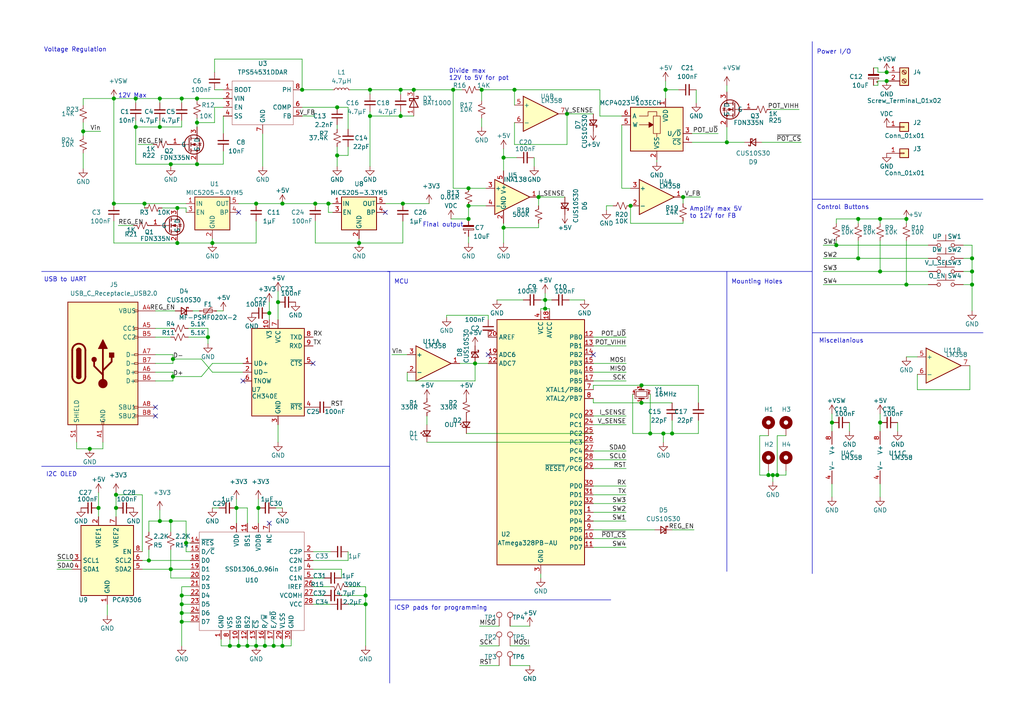
<source format=kicad_sch>
(kicad_sch (version 20200714) (host eeschema "(5.99.0-2671-gfc0a358ba)")
  (page 1 1)
  (paper "A4")
  (title_block (title "Benchtop Power Supply") (date "2020-08-29") (rev "0.3") (company "adsehgal") (comment 1 "Aditya Sehgal"))
  (junction (at 24.13 38.1) (diameter 1.016))
  (junction (at 26.035 130.175) (diameter 1.016))
  (junction (at 28.575 147.32) (diameter 1.016))
  (junction (at 33.02 28.575) (diameter 1.016))
  (junction (at 33.02 59.055) (diameter 1.016))
  (junction (at 33.655 143.51) (diameter 1.016))
  (junction (at 33.655 147.32) (diameter 1.016))
  (junction (at 39.37 28.575) (diameter 1.016))
  (junction (at 39.37 36.83) (diameter 1.016))
  (junction (at 41.91 59.055) (diameter 1.016))
  (junction (at 43.18 162.56) (diameter 1.016))
  (junction (at 46.355 28.575) (diameter 1.016))
  (junction (at 46.355 36.83) (diameter 1.016))
  (junction (at 46.355 151.13) (diameter 1.016))
  (junction (at 49.53 47.625) (diameter 1.016))
  (junction (at 49.53 151.13) (diameter 1.016))
  (junction (at 49.53 165.1) (diameter 1.016))
  (junction (at 50.165 104.14) (diameter 1.016))
  (junction (at 50.165 109.22) (diameter 1.016))
  (junction (at 51.435 60.325) (diameter 1.016))
  (junction (at 51.435 70.485) (diameter 1.016))
  (junction (at 52.705 28.575) (diameter 1.016))
  (junction (at 52.705 172.72) (diameter 1.016))
  (junction (at 52.705 175.26) (diameter 1.016))
  (junction (at 52.705 177.8) (diameter 1.016))
  (junction (at 52.705 180.34) (diameter 1.016))
  (junction (at 53.975 157.48) (diameter 1.016))
  (junction (at 57.15 28.575) (diameter 1.016))
  (junction (at 57.15 35.56) (diameter 1.016))
  (junction (at 57.15 47.625) (diameter 1.016))
  (junction (at 60.325 97.79) (diameter 1.016))
  (junction (at 61.595 70.485) (diameter 1.016))
  (junction (at 66.675 187.325) (diameter 1.016))
  (junction (at 68.58 147.32) (diameter 1.016))
  (junction (at 69.215 187.325) (diameter 1.016))
  (junction (at 71.755 187.325) (diameter 1.016))
  (junction (at 74.295 59.055) (diameter 1.016))
  (junction (at 74.295 187.325) (diameter 1.016))
  (junction (at 74.93 147.32) (diameter 1.016))
  (junction (at 76.835 187.325) (diameter 1.016))
  (junction (at 78.105 90.805) (diameter 1.016))
  (junction (at 79.375 187.325) (diameter 1.016))
  (junction (at 80.645 87.63) (diameter 1.016))
  (junction (at 81.915 59.055) (diameter 1.016))
  (junction (at 81.915 187.325) (diameter 1.016))
  (junction (at 87.63 26.035) (diameter 1.016))
  (junction (at 91.44 59.055) (diameter 1.016))
  (junction (at 95.25 59.055) (diameter 1.016))
  (junction (at 97.79 31.115) (diameter 1.016))
  (junction (at 97.79 45.085) (diameter 1.016))
  (junction (at 104.14 70.485) (diameter 1.016))
  (junction (at 106.045 172.72) (diameter 1.016))
  (junction (at 106.045 175.26) (diameter 1.016))
  (junction (at 107.315 26.035) (diameter 1.016))
  (junction (at 107.315 33.655) (diameter 1.016))
  (junction (at 116.205 26.035) (diameter 1.016))
  (junction (at 116.205 33.655) (diameter 1.016))
  (junction (at 116.84 59.055) (diameter 1.016))
  (junction (at 120.015 26.035) (diameter 1.016))
  (junction (at 131.445 26.035) (diameter 1.016))
  (junction (at 135.89 54.61) (diameter 1.016))
  (junction (at 135.89 59.69) (diameter 1.016))
  (junction (at 135.89 63.5) (diameter 1.016))
  (junction (at 137.795 105.41) (diameter 1.016))
  (junction (at 139.7 26.035) (diameter 1.016))
  (junction (at 146.05 45.72) (diameter 1.016))
  (junction (at 146.05 66.04) (diameter 1.016))
  (junction (at 149.225 26.035) (diameter 1.016))
  (junction (at 156.21 57.15) (diameter 1.016))
  (junction (at 158.115 86.995) (diameter 1.016))
  (junction (at 158.115 89.535) (diameter 1.016))
  (junction (at 164.465 33.02) (diameter 1.016))
  (junction (at 182.88 59.69) (diameter 1.016))
  (junction (at 186.055 111.76) (diameter 1.016))
  (junction (at 186.055 116.84) (diameter 1.016))
  (junction (at 188.595 125.73) (diameter 1.016))
  (junction (at 192.405 125.73) (diameter 1.016))
  (junction (at 193.04 26.035) (diameter 1.016))
  (junction (at 194.945 125.73) (diameter 1.016))
  (junction (at 198.12 57.15) (diameter 1.016))
  (junction (at 210.82 41.275) (diameter 1.016))
  (junction (at 222.885 137.795) (diameter 1.016))
  (junction (at 224.155 137.795) (diameter 1.016))
  (junction (at 225.425 137.795) (diameter 1.016))
  (junction (at 241.3 122.555) (diameter 1.016))
  (junction (at 242.57 71.12) (diameter 1.016))
  (junction (at 248.92 63.5) (diameter 1.016))
  (junction (at 248.92 74.93) (diameter 1.016))
  (junction (at 255.27 63.5) (diameter 1.016))
  (junction (at 255.27 78.74) (diameter 1.016))
  (junction (at 255.27 122.555) (diameter 1.016))
  (junction (at 257.175 20.955) (diameter 1.016))
  (junction (at 257.175 23.495) (diameter 1.016))
  (junction (at 262.89 63.5) (diameter 1.016))
  (junction (at 262.89 82.55) (diameter 1.016))
  (junction (at 281.94 74.93) (diameter 1.016))
  (junction (at 281.94 78.74) (diameter 1.016))
  (junction (at 281.94 82.55) (diameter 1.016))
  (no_connect (at 45.085 118.11))
  (no_connect (at 90.805 105.41))
  (no_connect (at 78.105 151.765))
  (no_connect (at 45.085 120.65))
  (no_connect (at 111.76 61.595))
  (no_connect (at 172.085 102.87))
  (no_connect (at 69.215 61.595))
  (no_connect (at 70.485 110.49))
  (no_connect (at 141.605 102.87))
  (wire (pts (xy 16.51 162.56) (xy 20.955 162.56)))
  (wire (pts (xy 16.51 165.1) (xy 20.955 165.1)))
  (wire (pts (xy 22.225 128.27) (xy 22.225 130.175)))
  (wire (pts (xy 24.13 28.575) (xy 33.02 28.575)))
  (wire (pts (xy 24.13 30.48) (xy 24.13 28.575)))
  (wire (pts (xy 24.13 35.56) (xy 24.13 38.1)))
  (wire (pts (xy 24.13 38.1) (xy 24.13 39.37)))
  (wire (pts (xy 24.13 38.1) (xy 29.21 38.1)))
  (wire (pts (xy 24.13 48.895) (xy 24.13 44.45)))
  (wire (pts (xy 26.035 130.175) (xy 22.225 130.175)))
  (wire (pts (xy 26.035 130.175) (xy 29.845 130.175)))
  (wire (pts (xy 28.575 142.875) (xy 28.575 147.32)))
  (wire (pts (xy 28.575 147.32) (xy 28.575 149.86)))
  (wire (pts (xy 29.845 130.175) (xy 29.845 128.27)))
  (wire (pts (xy 31.115 178.435) (xy 31.115 175.26)))
  (wire (pts (xy 33.02 28.575) (xy 39.37 28.575)))
  (wire (pts (xy 33.02 59.055) (xy 33.02 28.575)))
  (wire (pts (xy 33.02 59.055) (xy 41.91 59.055)))
  (wire (pts (xy 33.02 64.135) (xy 33.02 70.485)))
  (wire (pts (xy 33.02 70.485) (xy 51.435 70.485)))
  (wire (pts (xy 33.655 142.875) (xy 33.655 143.51)))
  (wire (pts (xy 33.655 143.51) (xy 33.655 147.32)))
  (wire (pts (xy 33.655 147.32) (xy 33.655 149.86)))
  (wire (pts (xy 34.29 65.405) (xy 38.735 65.405)))
  (wire (pts (xy 39.37 28.575) (xy 39.37 29.845)))
  (wire (pts (xy 39.37 28.575) (xy 46.355 28.575)))
  (wire (pts (xy 39.37 34.925) (xy 39.37 36.83)))
  (wire (pts (xy 39.37 36.83) (xy 39.37 47.625)))
  (wire (pts (xy 39.37 36.83) (xy 46.355 36.83)))
  (wire (pts (xy 39.37 47.625) (xy 49.53 47.625)))
  (wire (pts (xy 40.005 41.91) (xy 44.45 41.91)))
  (wire (pts (xy 41.275 143.51) (xy 33.655 143.51)))
  (wire (pts (xy 41.275 160.02) (xy 41.275 143.51)))
  (wire (pts (xy 41.275 162.56) (xy 43.18 162.56)))
  (wire (pts (xy 41.275 165.1) (xy 49.53 165.1)))
  (wire (pts (xy 41.91 59.055) (xy 41.91 60.325)))
  (wire (pts (xy 41.91 59.055) (xy 53.975 59.055)))
  (wire (pts (xy 43.18 151.13) (xy 43.18 154.305)))
  (wire (pts (xy 43.18 159.385) (xy 43.18 162.56)))
  (wire (pts (xy 43.18 162.56) (xy 55.245 162.56)))
  (wire (pts (xy 45.085 97.79) (xy 49.53 97.79)))
  (wire (pts (xy 45.085 102.87) (xy 50.165 102.87)))
  (wire (pts (xy 45.085 107.95) (xy 50.165 107.95)))
  (wire (pts (xy 46.355 28.575) (xy 46.355 29.845)))
  (wire (pts (xy 46.355 28.575) (xy 52.705 28.575)))
  (wire (pts (xy 46.355 34.925) (xy 46.355 36.83)))
  (wire (pts (xy 46.355 36.83) (xy 52.705 36.83)))
  (wire (pts (xy 46.355 147.955) (xy 46.355 151.13)))
  (wire (pts (xy 46.355 151.13) (xy 43.18 151.13)))
  (wire (pts (xy 46.99 60.325) (xy 51.435 60.325)))
  (wire (pts (xy 49.53 47.625) (xy 49.53 48.26)))
  (wire (pts (xy 49.53 47.625) (xy 57.15 47.625)))
  (wire (pts (xy 49.53 95.25) (xy 45.085 95.25)))
  (wire (pts (xy 49.53 151.13) (xy 46.355 151.13)))
  (wire (pts (xy 49.53 154.305) (xy 49.53 151.13)))
  (wire (pts (xy 49.53 159.385) (xy 49.53 165.1)))
  (wire (pts (xy 49.53 165.1) (xy 55.245 165.1)))
  (wire (pts (xy 49.53 167.64) (xy 49.53 165.1)))
  (wire (pts (xy 50.165 102.87) (xy 50.165 104.14)))
  (wire (pts (xy 50.165 104.14) (xy 50.165 105.41)))
  (wire (pts (xy 50.165 104.14) (xy 58.42 104.14)))
  (wire (pts (xy 50.165 105.41) (xy 45.085 105.41)))
  (wire (pts (xy 50.165 107.95) (xy 50.165 109.22)))
  (wire (pts (xy 50.165 109.22) (xy 50.165 110.49)))
  (wire (pts (xy 50.165 110.49) (xy 45.085 110.49)))
  (wire (pts (xy 50.8 90.17) (xy 45.085 90.17)))
  (wire (pts (xy 51.435 70.485) (xy 61.595 70.485)))
  (wire (pts (xy 52.705 28.575) (xy 52.705 29.845)))
  (wire (pts (xy 52.705 28.575) (xy 57.15 28.575)))
  (wire (pts (xy 52.705 36.83) (xy 52.705 34.925)))
  (wire (pts (xy 52.705 170.18) (xy 52.705 172.72)))
  (wire (pts (xy 52.705 172.72) (xy 52.705 175.26)))
  (wire (pts (xy 52.705 172.72) (xy 55.245 172.72)))
  (wire (pts (xy 52.705 175.26) (xy 52.705 177.8)))
  (wire (pts (xy 52.705 175.26) (xy 55.245 175.26)))
  (wire (pts (xy 52.705 177.8) (xy 52.705 180.34)))
  (wire (pts (xy 52.705 177.8) (xy 55.245 177.8)))
  (wire (pts (xy 52.705 180.34) (xy 52.705 187.325)))
  (wire (pts (xy 52.705 180.34) (xy 55.245 180.34)))
  (wire (pts (xy 53.975 60.325) (xy 51.435 60.325)))
  (wire (pts (xy 53.975 61.595) (xy 53.975 60.325)))
  (wire (pts (xy 53.975 151.13) (xy 49.53 151.13)))
  (wire (pts (xy 53.975 157.48) (xy 53.975 151.13)))
  (wire (pts (xy 53.975 157.48) (xy 53.975 160.02)))
  (wire (pts (xy 54.61 95.25) (xy 60.325 95.25)))
  (wire (pts (xy 55.245 157.48) (xy 53.975 157.48)))
  (wire (pts (xy 55.245 160.02) (xy 53.975 160.02)))
  (wire (pts (xy 55.245 167.64) (xy 49.53 167.64)))
  (wire (pts (xy 55.245 170.18) (xy 52.705 170.18)))
  (wire (pts (xy 55.88 90.17) (xy 57.785 90.17)))
  (wire (pts (xy 57.15 28.575) (xy 57.15 29.21)))
  (wire (pts (xy 57.15 28.575) (xy 64.77 28.575)))
  (wire (pts (xy 57.15 34.29) (xy 57.15 35.56)))
  (wire (pts (xy 57.15 35.56) (xy 57.15 36.83)))
  (wire (pts (xy 57.15 35.56) (xy 62.23 35.56)))
  (wire (pts (xy 57.15 46.99) (xy 57.15 47.625)))
  (wire (pts (xy 57.15 47.625) (xy 64.77 47.625)))
  (wire (pts (xy 58.42 104.14) (xy 61.595 107.95)))
  (wire (pts (xy 58.42 109.22) (xy 50.165 109.22)))
  (wire (pts (xy 60.325 95.25) (xy 60.325 97.79)))
  (wire (pts (xy 60.325 97.79) (xy 54.61 97.79)))
  (wire (pts (xy 60.325 97.79) (xy 60.325 99.695)))
  (wire (pts (xy 61.595 69.215) (xy 61.595 70.485)))
  (wire (pts (xy 61.595 70.485) (xy 74.295 70.485)))
  (wire (pts (xy 61.595 105.41) (xy 58.42 109.22)))
  (wire (pts (xy 61.595 107.95) (xy 70.485 107.95)))
  (wire (pts (xy 61.595 147.32) (xy 63.5 147.32)))
  (wire (pts (xy 62.23 17.145) (xy 87.63 17.145)))
  (wire (pts (xy 62.23 20.955) (xy 62.23 17.145)))
  (wire (pts (xy 62.23 26.035) (xy 64.77 26.035)))
  (wire (pts (xy 62.23 31.115) (xy 64.77 31.115)))
  (wire (pts (xy 62.23 35.56) (xy 62.23 31.115)))
  (wire (pts (xy 62.865 90.17) (xy 64.77 90.17)))
  (wire (pts (xy 64.135 185.42) (xy 64.135 187.325)))
  (wire (pts (xy 64.135 187.325) (xy 66.675 187.325)))
  (wire (pts (xy 64.77 33.655) (xy 64.77 38.735)))
  (wire (pts (xy 64.77 43.815) (xy 64.77 47.625)))
  (wire (pts (xy 66.675 185.42) (xy 66.675 187.325)))
  (wire (pts (xy 66.675 187.325) (xy 69.215 187.325)))
  (wire (pts (xy 68.58 144.78) (xy 68.58 147.32)))
  (wire (pts (xy 68.58 147.32) (xy 68.58 151.765)))
  (wire (pts (xy 69.215 59.055) (xy 74.295 59.055)))
  (wire (pts (xy 69.215 185.42) (xy 69.215 187.325)))
  (wire (pts (xy 69.215 187.325) (xy 71.755 187.325)))
  (wire (pts (xy 70.485 105.41) (xy 61.595 105.41)))
  (wire (pts (xy 71.755 147.32) (xy 68.58 147.32)))
  (wire (pts (xy 71.755 151.765) (xy 71.755 147.32)))
  (wire (pts (xy 71.755 185.42) (xy 71.755 187.325)))
  (wire (pts (xy 71.755 187.325) (xy 74.295 187.325)))
  (wire (pts (xy 74.295 59.055) (xy 81.915 59.055)))
  (wire (pts (xy 74.295 70.485) (xy 74.295 64.135)))
  (wire (pts (xy 74.295 185.42) (xy 74.295 187.325)))
  (wire (pts (xy 74.295 187.325) (xy 76.835 187.325)))
  (wire (pts (xy 74.93 144.78) (xy 74.93 147.32)))
  (wire (pts (xy 74.93 147.32) (xy 74.93 151.765)))
  (wire (pts (xy 76.2 38.735) (xy 76.2 48.26)))
  (wire (pts (xy 76.835 185.42) (xy 76.835 187.325)))
  (wire (pts (xy 76.835 187.325) (xy 79.375 187.325)))
  (wire (pts (xy 78.105 87.63) (xy 78.105 90.805)))
  (wire (pts (xy 78.105 90.805) (xy 78.105 92.71)))
  (wire (pts (xy 79.375 185.42) (xy 79.375 187.325)))
  (wire (pts (xy 79.375 187.325) (xy 81.915 187.325)))
  (wire (pts (xy 80.645 84.455) (xy 80.645 87.63)))
  (wire (pts (xy 80.645 87.63) (xy 80.645 92.71)))
  (wire (pts (xy 80.645 128.27) (xy 80.645 123.19)))
  (wire (pts (xy 81.915 147.32) (xy 80.01 147.32)))
  (wire (pts (xy 81.915 185.42) (xy 81.915 187.325)))
  (wire (pts (xy 81.915 187.325) (xy 84.455 187.325)))
  (wire (pts (xy 84.455 185.42) (xy 84.455 187.325)))
  (wire (pts (xy 87.63 17.145) (xy 87.63 26.035)))
  (wire (pts (xy 87.63 26.035) (xy 96.52 26.035)))
  (wire (pts (xy 87.63 31.115) (xy 97.79 31.115)))
  (wire (pts (xy 87.63 33.655) (xy 91.44 33.655)))
  (wire (pts (xy 90.805 162.56) (xy 100.965 162.56)))
  (wire (pts (xy 90.805 165.1) (xy 99.06 165.1)))
  (wire (pts (xy 90.805 170.18) (xy 95.885 170.18)))
  (wire (pts (xy 90.805 175.26) (xy 95.885 175.26)))
  (wire (pts (xy 91.44 59.055) (xy 81.915 59.055)))
  (wire (pts (xy 91.44 59.055) (xy 95.25 59.055)))
  (wire (pts (xy 91.44 64.135) (xy 91.44 70.485)))
  (wire (pts (xy 91.44 70.485) (xy 104.14 70.485)))
  (wire (pts (xy 93.98 167.64) (xy 90.805 167.64)))
  (wire (pts (xy 93.98 172.72) (xy 90.805 172.72)))
  (wire (pts (xy 95.25 59.055) (xy 96.52 59.055)))
  (wire (pts (xy 95.25 61.595) (xy 95.25 59.055)))
  (wire (pts (xy 95.885 160.02) (xy 90.805 160.02)))
  (wire (pts (xy 96.52 61.595) (xy 95.25 61.595)))
  (wire (pts (xy 97.79 36.195) (xy 97.79 37.465)))
  (wire (pts (xy 97.79 45.085) (xy 97.79 42.545)))
  (wire (pts (xy 97.79 45.085) (xy 97.79 48.26)))
  (wire (pts (xy 99.06 165.1) (xy 99.06 167.64)))
  (wire (pts (xy 99.06 172.72) (xy 106.045 172.72)))
  (wire (pts (xy 100.965 31.115) (xy 97.79 31.115)))
  (wire (pts (xy 100.965 37.465) (xy 100.965 31.115)))
  (wire (pts (xy 100.965 42.545) (xy 100.965 45.085)))
  (wire (pts (xy 100.965 45.085) (xy 97.79 45.085)))
  (wire (pts (xy 100.965 162.56) (xy 100.965 160.02)))
  (wire (pts (xy 100.965 170.18) (xy 106.045 170.18)))
  (wire (pts (xy 100.965 175.26) (xy 106.045 175.26)))
  (wire (pts (xy 101.6 26.035) (xy 107.315 26.035)))
  (wire (pts (xy 104.14 69.215) (xy 104.14 70.485)))
  (wire (pts (xy 104.14 70.485) (xy 116.84 70.485)))
  (wire (pts (xy 106.045 170.18) (xy 106.045 172.72)))
  (wire (pts (xy 106.045 172.72) (xy 106.045 175.26)))
  (wire (pts (xy 106.045 175.26) (xy 106.045 187.325)))
  (wire (pts (xy 107.315 26.035) (xy 107.315 27.305)))
  (wire (pts (xy 107.315 26.035) (xy 116.205 26.035)))
  (wire (pts (xy 107.315 32.385) (xy 107.315 33.655)))
  (wire (pts (xy 107.315 33.655) (xy 107.315 48.26)))
  (wire (pts (xy 111.76 59.055) (xy 116.84 59.055)))
  (wire (pts (xy 113.665 102.87) (xy 118.11 102.87)))
  (wire (pts (xy 116.205 26.035) (xy 116.205 27.305)))
  (wire (pts (xy 116.205 26.035) (xy 120.015 26.035)))
  (wire (pts (xy 116.205 32.385) (xy 116.205 33.655)))
  (wire (pts (xy 116.205 33.655) (xy 107.315 33.655)))
  (wire (pts (xy 116.205 33.655) (xy 120.015 33.655)))
  (wire (pts (xy 116.84 59.055) (xy 124.46 59.055)))
  (wire (pts (xy 116.84 70.485) (xy 116.84 64.135)))
  (wire (pts (xy 118.11 110.49) (xy 118.11 107.95)))
  (wire (pts (xy 120.015 26.035) (xy 131.445 26.035)))
  (wire (pts (xy 123.825 120.65) (xy 123.825 123.19)))
  (wire (pts (xy 123.825 128.27) (xy 172.085 128.27)))
  (wire (pts (xy 129.54 91.44) (xy 141.605 91.44)))
  (wire (pts (xy 129.54 92.075) (xy 129.54 91.44)))
  (wire (pts (xy 130.81 63.5) (xy 135.89 63.5)))
  (wire (pts (xy 131.445 26.035) (xy 131.445 54.61)))
  (wire (pts (xy 131.445 26.035) (xy 133.985 26.035)))
  (wire (pts (xy 131.445 54.61) (xy 135.89 54.61)))
  (wire (pts (xy 133.35 105.41) (xy 137.795 105.41)))
  (wire (pts (xy 135.255 125.73) (xy 172.085 125.73)))
  (wire (pts (xy 135.89 54.61) (xy 140.97 54.61)))
  (wire (pts (xy 135.89 59.69) (xy 135.89 63.5)))
  (wire (pts (xy 135.89 59.69) (xy 140.97 59.69)))
  (wire (pts (xy 135.89 70.485) (xy 135.89 68.58)))
  (wire (pts (xy 137.795 105.41) (xy 137.795 110.49)))
  (wire (pts (xy 137.795 105.41) (xy 141.605 105.41)))
  (wire (pts (xy 137.795 110.49) (xy 118.11 110.49)))
  (wire (pts (xy 139.065 181.61) (xy 144.78 181.61)))
  (wire (pts (xy 139.065 187.325) (xy 144.78 187.325)))
  (wire (pts (xy 139.065 193.04) (xy 144.78 193.04)))
  (wire (pts (xy 139.7 26.035) (xy 139.065 26.035)))
  (wire (pts (xy 139.7 26.035) (xy 139.7 29.21)))
  (wire (pts (xy 139.7 34.29) (xy 139.7 36.83)))
  (wire (pts (xy 141.605 91.44) (xy 141.605 92.71)))
  (wire (pts (xy 144.145 86.995) (xy 151.765 86.995)))
  (wire (pts (xy 146.05 43.18) (xy 146.05 45.72)))
  (wire (pts (xy 146.05 45.72) (xy 146.05 49.53)))
  (wire (pts (xy 146.05 45.72) (xy 149.86 45.72)))
  (wire (pts (xy 146.05 66.04) (xy 146.05 64.77)))
  (wire (pts (xy 146.05 66.04) (xy 156.21 66.04)))
  (wire (pts (xy 146.05 70.485) (xy 146.05 66.04)))
  (wire (pts (xy 147.955 181.61) (xy 153.67 181.61)))
  (wire (pts (xy 147.955 187.325) (xy 153.67 187.325)))
  (wire (pts (xy 147.955 193.04) (xy 153.67 193.04)))
  (wire (pts (xy 149.225 26.035) (xy 139.7 26.035)))
  (wire (pts (xy 149.225 26.035) (xy 149.225 30.48)))
  (wire (pts (xy 149.225 35.56) (xy 149.225 41.91)))
  (wire (pts (xy 149.225 41.91) (xy 164.465 41.91)))
  (wire (pts (xy 154.94 45.72) (xy 154.94 48.26)))
  (wire (pts (xy 156.21 57.15) (xy 156.21 59.69)))
  (wire (pts (xy 156.21 57.15) (xy 163.83 57.15)))
  (wire (pts (xy 156.21 64.77) (xy 156.21 66.04)))
  (wire (pts (xy 156.845 89.535) (xy 158.115 89.535)))
  (wire (pts (xy 156.845 90.17) (xy 156.845 89.535)))
  (wire (pts (xy 156.845 167.64) (xy 156.845 166.37)))
  (wire (pts (xy 158.115 85.09) (xy 158.115 86.995)))
  (wire (pts (xy 158.115 86.995) (xy 156.845 86.995)))
  (wire (pts (xy 158.115 86.995) (xy 158.115 89.535)))
  (wire (pts (xy 158.115 86.995) (xy 160.02 86.995)))
  (wire (pts (xy 158.115 89.535) (xy 159.385 89.535)))
  (wire (pts (xy 159.385 89.535) (xy 159.385 90.17)))
  (wire (pts (xy 164.465 33.02) (xy 172.085 33.02)))
  (wire (pts (xy 164.465 41.91) (xy 164.465 33.02)))
  (wire (pts (xy 165.1 86.995) (xy 169.545 86.995)))
  (wire (pts (xy 172.085 97.79) (xy 181.61 97.79)))
  (wire (pts (xy 172.085 100.33) (xy 181.61 100.33)))
  (wire (pts (xy 172.085 105.41) (xy 181.61 105.41)))
  (wire (pts (xy 172.085 107.95) (xy 181.61 107.95)))
  (wire (pts (xy 172.085 110.49) (xy 181.61 110.49)))
  (wire (pts (xy 172.085 111.76) (xy 172.085 113.03)))
  (wire (pts (xy 172.085 111.76) (xy 186.055 111.76)))
  (wire (pts (xy 172.085 115.57) (xy 172.085 116.84)))
  (wire (pts (xy 172.085 116.84) (xy 186.055 116.84)))
  (wire (pts (xy 172.085 120.65) (xy 181.61 120.65)))
  (wire (pts (xy 172.085 123.19) (xy 181.61 123.19)))
  (wire (pts (xy 172.085 130.81) (xy 181.61 130.81)))
  (wire (pts (xy 172.085 133.35) (xy 181.61 133.35)))
  (wire (pts (xy 172.085 135.89) (xy 181.61 135.89)))
  (wire (pts (xy 172.085 140.97) (xy 181.61 140.97)))
  (wire (pts (xy 172.085 143.51) (xy 181.61 143.51)))
  (wire (pts (xy 172.085 146.05) (xy 181.61 146.05)))
  (wire (pts (xy 172.085 148.59) (xy 181.61 148.59)))
  (wire (pts (xy 172.085 151.13) (xy 181.61 151.13)))
  (wire (pts (xy 172.085 153.67) (xy 189.865 153.67)))
  (wire (pts (xy 172.085 156.21) (xy 181.61 156.21)))
  (wire (pts (xy 172.085 158.75) (xy 181.61 158.75)))
  (wire (pts (xy 173.99 26.035) (xy 149.225 26.035)))
  (wire (pts (xy 173.99 26.035) (xy 173.99 33.655)))
  (wire (pts (xy 173.99 33.655) (xy 180.34 33.655)))
  (wire (pts (xy 175.895 59.69) (xy 175.895 60.96)))
  (wire (pts (xy 175.895 59.69) (xy 177.8 59.69)))
  (wire (pts (xy 180.34 54.61) (xy 180.34 36.195)))
  (wire (pts (xy 182.88 54.61) (xy 180.34 54.61)))
  (wire (pts (xy 182.88 64.77) (xy 182.88 59.69)))
  (wire (pts (xy 183.515 114.3) (xy 183.515 125.73)))
  (wire (pts (xy 183.515 125.73) (xy 188.595 125.73)))
  (wire (pts (xy 186.055 116.84) (xy 194.945 116.84)))
  (wire (pts (xy 188.595 114.3) (xy 188.595 125.73)))
  (wire (pts (xy 188.595 125.73) (xy 192.405 125.73)))
  (wire (pts (xy 190.5 46.355) (xy 190.5 46.99)))
  (wire (pts (xy 192.405 125.73) (xy 192.405 128.27)))
  (wire (pts (xy 192.405 125.73) (xy 194.945 125.73)))
  (wire (pts (xy 193.04 23.495) (xy 193.04 26.035)))
  (wire (pts (xy 193.04 26.035) (xy 193.04 28.575)))
  (wire (pts (xy 193.04 26.035) (xy 196.85 26.035)))
  (wire (pts (xy 194.945 121.92) (xy 194.945 125.73)))
  (wire (pts (xy 194.945 125.73) (xy 202.565 125.73)))
  (wire (pts (xy 194.945 153.67) (xy 201.295 153.67)))
  (wire (pts (xy 198.12 57.15) (xy 198.12 59.055)))
  (wire (pts (xy 198.12 57.15) (xy 203.2 57.15)))
  (wire (pts (xy 198.12 64.135) (xy 198.12 64.77)))
  (wire (pts (xy 198.12 64.77) (xy 182.88 64.77)))
  (wire (pts (xy 200.66 38.735) (xy 208.28 38.735)))
  (wire (pts (xy 200.66 41.275) (xy 210.82 41.275)))
  (wire (pts (xy 201.93 26.035) (xy 201.93 29.845)))
  (wire (pts (xy 202.565 111.76) (xy 186.055 111.76)))
  (wire (pts (xy 202.565 116.84) (xy 202.565 111.76)))
  (wire (pts (xy 202.565 125.73) (xy 202.565 121.92)))
  (wire (pts (xy 210.82 24.765) (xy 210.82 26.67)))
  (wire (pts (xy 210.82 36.83) (xy 210.82 41.275)))
  (wire (pts (xy 210.82 41.275) (xy 215.9 41.275)))
  (wire (pts (xy 220.345 126.365) (xy 220.345 137.795)))
  (wire (pts (xy 220.345 137.795) (xy 222.885 137.795)))
  (wire (pts (xy 220.98 41.275) (xy 232.41 41.275)))
  (wire (pts (xy 222.885 126.365) (xy 220.345 126.365)))
  (wire (pts (xy 222.885 136.525) (xy 222.885 137.795)))
  (wire (pts (xy 222.885 137.795) (xy 224.155 137.795)))
  (wire (pts (xy 223.52 31.75) (xy 231.775 31.75)))
  (wire (pts (xy 224.155 137.795) (xy 224.155 139.7)))
  (wire (pts (xy 224.155 137.795) (xy 225.425 137.795)))
  (wire (pts (xy 225.425 126.365) (xy 225.425 137.795)))
  (wire (pts (xy 225.425 137.795) (xy 227.965 137.795)))
  (wire (pts (xy 227.965 126.365) (xy 225.425 126.365)))
  (wire (pts (xy 227.965 137.795) (xy 227.965 136.525)))
  (wire (pts (xy 238.76 71.12) (xy 242.57 71.12)))
  (wire (pts (xy 238.76 74.93) (xy 248.92 74.93)))
  (wire (pts (xy 238.76 78.74) (xy 255.27 78.74)))
  (wire (pts (xy 238.76 82.55) (xy 262.89 82.55)))
  (wire (pts (xy 241.3 120.015) (xy 241.3 122.555)))
  (wire (pts (xy 241.3 122.555) (xy 241.3 125.095)))
  (wire (pts (xy 241.3 144.145) (xy 241.3 140.335)))
  (wire (pts (xy 242.57 63.5) (xy 248.92 63.5)))
  (wire (pts (xy 242.57 64.77) (xy 242.57 63.5)))
  (wire (pts (xy 242.57 69.85) (xy 242.57 71.12)))
  (wire (pts (xy 242.57 71.12) (xy 269.24 71.12)))
  (wire (pts (xy 246.38 122.555) (xy 246.38 125.095)))
  (wire (pts (xy 248.92 63.5) (xy 248.92 64.77)))
  (wire (pts (xy 248.92 63.5) (xy 255.27 63.5)))
  (wire (pts (xy 248.92 69.85) (xy 248.92 74.93)))
  (wire (pts (xy 253.365 19.685) (xy 254.635 19.685)))
  (wire (pts (xy 253.365 24.765) (xy 254.635 24.765)))
  (wire (pts (xy 254.635 19.685) (xy 254.635 20.955)))
  (wire (pts (xy 254.635 20.955) (xy 257.175 20.955)))
  (wire (pts (xy 254.635 23.495) (xy 257.175 23.495)))
  (wire (pts (xy 254.635 24.765) (xy 254.635 23.495)))
  (wire (pts (xy 255.27 63.5) (xy 255.27 64.77)))
  (wire (pts (xy 255.27 63.5) (xy 262.89 63.5)))
  (wire (pts (xy 255.27 69.85) (xy 255.27 78.74)))
  (wire (pts (xy 255.27 78.74) (xy 269.24 78.74)))
  (wire (pts (xy 255.27 120.015) (xy 255.27 122.555)))
  (wire (pts (xy 255.27 122.555) (xy 255.27 125.095)))
  (wire (pts (xy 255.27 140.335) (xy 255.27 144.145)))
  (wire (pts (xy 260.35 122.555) (xy 260.35 125.095)))
  (wire (pts (xy 262.89 63.5) (xy 262.89 64.77)))
  (wire (pts (xy 262.89 69.85) (xy 262.89 82.55)))
  (wire (pts (xy 262.89 82.55) (xy 269.24 82.55)))
  (wire (pts (xy 262.89 103.505) (xy 266.065 103.505)))
  (wire (pts (xy 266.065 113.03) (xy 266.065 108.585)))
  (wire (pts (xy 269.24 74.93) (xy 248.92 74.93)))
  (wire (pts (xy 279.4 71.12) (xy 281.94 71.12)))
  (wire (pts (xy 279.4 74.93) (xy 281.94 74.93)))
  (wire (pts (xy 279.4 78.74) (xy 281.94 78.74)))
  (wire (pts (xy 281.305 106.045) (xy 281.305 113.03)))
  (wire (pts (xy 281.305 113.03) (xy 266.065 113.03)))
  (wire (pts (xy 281.94 71.12) (xy 281.94 74.93)))
  (wire (pts (xy 281.94 74.93) (xy 281.94 78.74)))
  (wire (pts (xy 281.94 78.74) (xy 281.94 82.55)))
  (wire (pts (xy 281.94 82.55) (xy 279.4 82.55)))
  (wire (pts (xy 281.94 82.55) (xy 281.94 90.17)))
  (polyline (pts (xy 12.065 78.74) (xy 113.03 78.74)) (stroke (width 0) (type solid)))
  (polyline (pts (xy 112.395 78.74) (xy 235.585 78.74)) (stroke (width 0) (type solid)))
  (polyline (pts (xy 113.03 78.74) (xy 113.03 134.62)) (stroke (width 0) (type solid)))
  (polyline (pts (xy 113.03 134.62) (xy 113.03 198.12)) (stroke (width 0) (type solid)))
  (polyline (pts (xy 113.03 135.255) (xy 12.065 135.255)) (stroke (width 0) (type solid)))
  (polyline (pts (xy 113.03 173.99) (xy 177.165 173.99)) (stroke (width 0) (type solid)))
  (polyline (pts (xy 210.82 78.74) (xy 210.82 165.735)) (stroke (width 0) (type solid)))
  (polyline (pts (xy 235.585 12.065) (xy 235.585 57.785)) (stroke (width 0) (type solid)))
  (polyline (pts (xy 235.585 57.785) (xy 285.115 57.785)) (stroke (width 0) (type solid)))
  (polyline (pts (xy 235.585 78.74) (xy 235.585 57.785)) (stroke (width 0) (type solid)))
  (polyline (pts (xy 235.585 78.74) (xy 235.585 96.52)) (stroke (width 0) (type solid)))
  (polyline (pts (xy 235.585 96.52) (xy 235.585 166.37)) (stroke (width 0) (type solid)))
  (polyline (pts (xy 235.585 96.52) (xy 285.115 96.52)) (stroke (width 0) (type solid)))
  (text "Voltage Regulation" (at 12.7 15.24 0) (effects (font (size 1.27 1.27)) (justify left bottom)))
  (text "USB to UART" (at 12.7 81.915 0) (effects (font (size 1.27 1.27)) (justify left bottom)))
  (text "I2C OLED" (at 13.335 138.43 0) (effects (font (size 1.27 1.27)) (justify left bottom)))
  (text "12V Max" (at 42.545 28.575 180) (effects (font (size 1.27 1.27)) (justify right bottom)))
  (text "MCU" (at 114.3 82.55 0) (effects (font (size 1.27 1.27)) (justify left bottom)))
  (text "ICSP pads for programming" (at 114.3 177.165 0) (effects (font (size 1.27 1.27)) (justify left bottom)))
  (text "Final output" (at 122.555 66.04 0) (effects (font (size 1.27 1.27)) (justify left bottom)))
  (text "Divide max \n12V to 5V for pot" (at 130.175 23.495 0) (effects (font (size 1.27 1.27)) (justify left bottom)))
  (text "Amplify max 5V \nto 12V for FB" (at 200.025 63.5 0) (effects (font (size 1.27 1.27)) (justify left bottom)))
  (text "Mounting Holes" (at 212.09 82.55 0) (effects (font (size 1.27 1.27)) (justify left bottom)))
  (text "Power I/O" (at 236.855 15.875 0) (effects (font (size 1.27 1.27)) (justify left bottom)))
  (text "Control Buttons" (at 236.855 60.96 0) (effects (font (size 1.27 1.27)) (justify left bottom)))
  (text "Miscellanious" (at 237.49 99.695 0) (effects (font (size 1.27 1.27)) (justify left bottom)))
  (label "SCL0" (at 16.51 162.56 0))
  (label "SDA0" (at 16.51 165.1 0))
  (label "Vin" (at 29.21 38.1 180))
  (label "REG_EN" (at 34.29 65.405 0))
  (label "REG_EN" (at 40.005 41.91 0))
  (label "D-" (at 50.165 104.14 0))
  (label "D+" (at 50.165 109.22 0))
  (label "REG_EN" (at 50.8 90.17 180))
  (label "RX" (at 90.805 97.79 0))
  (label "TX" (at 90.805 100.33 0))
  (label "V_FB" (at 91.44 33.655 180))
  (label "RST" (at 95.885 118.11 0))
  (label "Vin" (at 113.665 102.87 0))
  (label "MISO" (at 139.065 181.61 0))
  (label "SCK" (at 139.065 187.325 0))
  (label "RST" (at 139.065 193.04 0))
  (label "MOSI" (at 153.67 187.325 180))
  (label "I_SENSE" (at 163.83 57.15 180))
  (label "V_SENSE" (at 172.085 33.02 180))
  (label "POT_U~D" (at 181.61 97.79 180))
  (label "POT_VIHH" (at 181.61 100.33 180))
  (label "MOSI" (at 181.61 105.41 180))
  (label "MISO" (at 181.61 107.95 180))
  (label "SCK" (at 181.61 110.49 180))
  (label "I_SENSE" (at 181.61 120.65 180))
  (label "V_SENSE" (at 181.61 123.19 180))
  (label "SDA0" (at 181.61 130.81 180))
  (label "SCL0" (at 181.61 133.35 180))
  (label "RST" (at 181.61 135.89 180))
  (label "RX" (at 181.61 140.97 180))
  (label "TX" (at 181.61 143.51 180))
  (label "SW3" (at 181.61 146.05 180))
  (label "SW2" (at 181.61 148.59 180))
  (label "SW1" (at 181.61 151.13 180))
  (label "~POT_CS" (at 181.61 156.21 180))
  (label "SW4" (at 181.61 158.75 180))
  (label "REG_EN" (at 201.295 153.67 180))
  (label "V_FB" (at 203.2 57.15 180))
  (label "POT_U~D" (at 208.28 38.735 180))
  (label "POT_VIHH" (at 231.775 31.75 180))
  (label "~POT_CS" (at 232.41 41.275 180))
  (label "SW1" (at 238.76 71.12 0))
  (label "SW2" (at 238.76 74.93 0))
  (label "SW3" (at 238.76 78.74 0))
  (label "SW4" (at 238.76 82.55 0))
  (symbol (lib_id "Device:L_Small") (at 99.06 26.035 90) (unit 1)
    (property "Reference" "L1" (at 99.06 20.955 90))
    (property "Value" "4.7µH" (at 99.06 23.495 90))
    (property "Footprint" "Inductor_SMD:L_Bourns_SRR1260" (effects hide))
  )
  (symbol (lib_id "Connector:TestPoint") (at 144.78 181.61 0) (mirror y) (unit 1)
    (property "Reference" "TP1" (at 144.145 179.07 0) (effects (justify left)))
    (property "Value" "TestPoint" (effects hide))
    (property "Footprint" "TestPoint:TestPoint_Pad_D1.0mm" (effects hide))
  )
  (symbol (lib_id "Connector:TestPoint") (at 144.78 187.325 0) (mirror y) (unit 1)
    (property "Reference" "TP2" (at 144.145 184.785 0) (effects (justify left)))
    (property "Value" "TestPoint" (effects hide))
    (property "Footprint" "TestPoint:TestPoint_Pad_D1.0mm" (effects hide))
  )
  (symbol (lib_id "Connector:TestPoint") (at 144.78 193.04 0) (mirror y) (unit 1)
    (property "Reference" "TP3" (at 144.145 190.5 0) (effects (justify left)))
    (property "Value" "TestPoint" (effects hide))
    (property "Footprint" "TestPoint:TestPoint_Pad_D1.0mm" (effects hide))
  )
  (symbol (lib_id "Connector:TestPoint") (at 147.955 181.61 0) (unit 1)
    (property "Reference" "TP4" (at 148.59 179.07 0) (effects (justify left)))
    (property "Value" "TestPoint" (effects hide))
    (property "Footprint" "TestPoint:TestPoint_Pad_D1.0mm" (effects hide))
  )
  (symbol (lib_id "Connector:TestPoint") (at 147.955 187.325 0) (unit 1)
    (property "Reference" "TP5" (at 148.59 184.785 0) (effects (justify left)))
    (property "Value" "TestPoint" (effects hide))
    (property "Footprint" "TestPoint:TestPoint_Pad_D1.0mm" (effects hide))
  )
  (symbol (lib_id "Connector:TestPoint") (at 147.955 193.04 0) (unit 1)
    (property "Reference" "TP6" (at 148.59 190.5 0) (effects (justify left)))
    (property "Value" "TestPoint" (effects hide))
    (property "Footprint" "TestPoint:TestPoint_Pad_D1.0mm" (effects hide))
  )
  (symbol (lib_id "power:+5V") (at 28.575 142.875 0) (unit 1)
    (property "Reference" "#PWR0157" (effects hide))
    (property "Value" "+5V" (at 28.575 139.065 0))
  )
  (symbol (lib_id "power:+VSW") (at 33.02 28.575 0) (unit 1)
    (property "Reference" "#PWR0111" (effects hide))
    (property "Value" "+VSW" (at 34.29 23.495 0))
  )
  (symbol (lib_id "power:+3V3") (at 33.655 142.875 0) (unit 1)
    (property "Reference" "#PWR0158" (effects hide))
    (property "Value" "+3V3" (at 34.29 137.795 0))
  )
  (symbol (lib_id "power:+3V3") (at 46.355 147.955 0) (unit 1)
    (property "Reference" "#PWR0160" (effects hide))
    (property "Value" "+3V3" (at 46.99 142.875 0))
  )
  (symbol (lib_id "power:+5V") (at 64.77 90.17 0) (unit 1)
    (property "Reference" "#PWR0151" (effects hide))
    (property "Value" "+5V" (at 64.77 86.36 0))
  )
  (symbol (lib_id "power:+3V3") (at 68.58 144.78 0) (unit 1)
    (property "Reference" "#PWR0165" (effects hide))
    (property "Value" "+3V3" (at 69.215 139.7 0))
  )
  (symbol (lib_id "power:+3V3") (at 74.93 144.78 0) (unit 1)
    (property "Reference" "#PWR0164" (effects hide))
    (property "Value" "+3V3" (at 75.565 139.7 0))
  )
  (symbol (lib_id "power:+3V3") (at 78.105 87.63 0) (unit 1)
    (property "Reference" "#PWR0138" (effects hide))
    (property "Value" "+3V3" (at 77.47 83.82 0))
  )
  (symbol (lib_id "power:+5V") (at 80.645 84.455 0) (unit 1)
    (property "Reference" "#PWR0146" (effects hide))
    (property "Value" "+5V" (at 80.645 80.645 0))
  )
  (symbol (lib_id "power:+5V") (at 81.915 59.055 0) (unit 1)
    (property "Reference" "#PWR0112" (effects hide))
    (property "Value" "+5V" (at 81.915 55.245 0))
  )
  (symbol (lib_id "power:+5V") (at 123.825 115.57 0) (unit 1)
    (property "Reference" "#PWR0137" (effects hide))
    (property "Value" "+5V" (at 123.825 111.76 0))
  )
  (symbol (lib_id "power:+3V3") (at 124.46 59.055 0) (unit 1)
    (property "Reference" "#PWR0134" (effects hide))
    (property "Value" "+3V3" (at 125.095 53.975 0))
  )
  (symbol (lib_id "power:VDC") (at 130.81 63.5 0) (mirror y) (unit 1)
    (property "Reference" "#PWR0133" (effects hide))
    (property "Value" "VDC" (at 130.81 59.69 0))
  )
  (symbol (lib_id "power:+5V") (at 135.255 115.57 0) (unit 1)
    (property "Reference" "#PWR0136" (effects hide))
    (property "Value" "+5V" (at 135.255 111.76 0))
  )
  (symbol (lib_id "power:+5V") (at 137.795 100.33 0) (unit 1)
    (property "Reference" "#PWR0142" (effects hide))
    (property "Value" "+5V" (at 137.795 96.52 0))
  )
  (symbol (lib_id "power:+5V") (at 146.05 43.18 0) (unit 1)
    (property "Reference" "#PWR0125" (effects hide))
    (property "Value" "+5V" (at 146.05 39.37 0))
  )
  (symbol (lib_id "power:+5V") (at 153.67 181.61 0) (unit 1)
    (property "Reference" "#PWR0119" (effects hide))
    (property "Value" "+5V" (at 153.67 177.8 0))
  )
  (symbol (lib_id "power:+5V") (at 158.115 85.09 0) (unit 1)
    (property "Reference" "#PWR0110" (effects hide))
    (property "Value" "+5V" (at 158.115 81.28 0))
  )
  (symbol (lib_id "power:+5V") (at 163.83 62.23 180) (unit 1)
    (property "Reference" "#PWR0152" (effects hide))
    (property "Value" "+5V" (at 163.83 66.04 0))
  )
  (symbol (lib_id "power:+5V") (at 172.085 38.1 180) (unit 1)
    (property "Reference" "#PWR0153" (effects hide))
    (property "Value" "+5V" (at 172.085 41.91 0))
  )
  (symbol (lib_id "power:+5V") (at 193.04 23.495 0) (unit 1)
    (property "Reference" "#PWR0116" (effects hide))
    (property "Value" "+5V" (at 193.04 19.685 0))
  )
  (symbol (lib_id "power:+VSW") (at 210.82 24.765 0) (unit 1)
    (property "Reference" "#PWR0169" (effects hide))
    (property "Value" "+VSW" (at 212.09 19.685 0))
  )
  (symbol (lib_id "power:+VSW") (at 241.3 120.015 0) (unit 1)
    (property "Reference" "#PWR0108" (effects hide))
    (property "Value" "+VSW" (at 242.57 116.205 0))
  )
  (symbol (lib_id "power:+5V") (at 255.27 120.015 0) (unit 1)
    (property "Reference" "#PWR0167" (effects hide))
    (property "Value" "+5V" (at 255.27 116.205 0))
  )
  (symbol (lib_id "power:+VSW") (at 257.175 20.955 0) (unit 1)
    (property "Reference" "#PWR0128" (effects hide))
    (property "Value" "+VSW" (at 257.175 17.145 0))
  )
  (symbol (lib_id "power:VDC") (at 257.175 36.83 0) (unit 1)
    (property "Reference" "#PWR0129" (effects hide))
    (property "Value" "VDC" (at 257.175 33.02 0))
  )
  (symbol (lib_id "power:+5V") (at 262.89 63.5 0) (unit 1)
    (property "Reference" "#PWR0135" (effects hide))
    (property "Value" "+5V" (at 265.43 62.23 0))
  )
  (symbol (lib_id "power:GND") (at 23.495 147.32 0) (unit 1)
    (property "Reference" "#PWR0159" (effects hide))
    (property "Value" "GND" (at 23.495 151.13 0))
  )
  (symbol (lib_id "power:GND") (at 24.13 48.895 0) (unit 1)
    (property "Reference" "#PWR0143" (effects hide))
    (property "Value" "GND" (at 24.13 52.705 0))
  )
  (symbol (lib_id "power:GND") (at 26.035 130.175 0) (unit 1)
    (property "Reference" "#PWR0147" (effects hide))
    (property "Value" "GND" (at 26.035 133.985 0))
  )
  (symbol (lib_id "power:GND") (at 31.115 178.435 0) (unit 1)
    (property "Reference" "#PWR0161" (effects hide))
    (property "Value" "GND" (at 31.115 182.245 0))
  )
  (symbol (lib_id "power:GND") (at 38.735 147.32 0) (unit 1)
    (property "Reference" "#PWR0162" (effects hide))
    (property "Value" "GND" (at 38.735 151.13 0))
  )
  (symbol (lib_id "power:GND") (at 49.53 48.26 0) (unit 1)
    (property "Reference" "#PWR0102" (effects hide))
    (property "Value" "GND" (at 49.53 52.07 0))
  )
  (symbol (lib_id "power:GND") (at 52.705 187.325 0) (unit 1)
    (property "Reference" "#PWR0155" (effects hide))
    (property "Value" "GND" (at 52.705 191.135 0))
  )
  (symbol (lib_id "power:GND") (at 60.325 99.695 0) (unit 1)
    (property "Reference" "#PWR0150" (effects hide))
    (property "Value" "GND" (at 60.325 103.505 0))
  )
  (symbol (lib_id "power:GND") (at 61.595 70.485 0) (unit 1)
    (property "Reference" "#PWR0106" (effects hide))
    (property "Value" "GND" (at 61.595 74.295 0))
  )
  (symbol (lib_id "power:GND") (at 61.595 147.32 0) (mirror y) (unit 1)
    (property "Reference" "#PWR0163" (effects hide))
    (property "Value" "GND" (at 61.595 151.13 0))
  )
  (symbol (lib_id "power:GND") (at 73.025 90.805 0) (unit 1)
    (property "Reference" "#PWR0149" (effects hide))
    (property "Value" "GND" (at 73.025 94.615 0))
  )
  (symbol (lib_id "power:GND") (at 74.295 187.325 0) (unit 1)
    (property "Reference" "#PWR0156" (effects hide))
    (property "Value" "GND" (at 74.295 191.135 0))
  )
  (symbol (lib_id "power:GND") (at 76.2 48.26 0) (unit 1)
    (property "Reference" "#PWR0101" (effects hide))
    (property "Value" "GND" (at 76.2 52.07 0))
  )
  (symbol (lib_id "power:GND") (at 80.645 128.27 0) (unit 1)
    (property "Reference" "#PWR0148" (effects hide))
    (property "Value" "GND" (at 80.645 132.08 0))
  )
  (symbol (lib_id "power:GND") (at 81.915 147.32 0) (unit 1)
    (property "Reference" "#PWR0166" (effects hide))
    (property "Value" "GND" (at 81.915 151.13 0))
  )
  (symbol (lib_id "power:GND") (at 85.725 87.63 0) (unit 1)
    (property "Reference" "#PWR0139" (effects hide))
    (property "Value" "GND" (at 85.725 91.44 0))
  )
  (symbol (lib_id "power:GND") (at 97.79 48.26 0) (unit 1)
    (property "Reference" "#PWR0122" (effects hide))
    (property "Value" "GND" (at 97.79 52.07 0))
  )
  (symbol (lib_id "power:GND") (at 104.14 70.485 0) (unit 1)
    (property "Reference" "#PWR0126" (effects hide))
    (property "Value" "GND" (at 104.14 74.295 0))
  )
  (symbol (lib_id "power:GND") (at 106.045 187.325 0) (unit 1)
    (property "Reference" "#PWR0154" (effects hide))
    (property "Value" "GND" (at 106.045 191.135 0))
  )
  (symbol (lib_id "power:GND") (at 107.315 48.26 0) (unit 1)
    (property "Reference" "#PWR0121" (effects hide))
    (property "Value" "GND" (at 107.315 52.07 0))
  )
  (symbol (lib_id "power:GND") (at 129.54 92.075 0) (unit 1)
    (property "Reference" "#PWR0104" (effects hide))
    (property "Value" "GND" (at 129.54 95.885 0))
  )
  (symbol (lib_id "power:GND") (at 135.89 70.485 0) (mirror y) (unit 1)
    (property "Reference" "#PWR0141" (effects hide))
    (property "Value" "GND" (at 135.89 74.295 0))
  )
  (symbol (lib_id "power:GND") (at 139.7 36.83 0) (unit 1)
    (property "Reference" "#PWR0114" (effects hide))
    (property "Value" "GND" (at 139.7 40.64 0))
  )
  (symbol (lib_id "power:GND") (at 144.145 86.995 0) (unit 1)
    (property "Reference" "#PWR0109" (effects hide))
    (property "Value" "GND" (at 144.145 90.805 0))
  )
  (symbol (lib_id "power:GND") (at 146.05 70.485 0) (unit 1)
    (property "Reference" "#PWR0127" (effects hide))
    (property "Value" "GND" (at 146.05 74.295 0))
  )
  (symbol (lib_id "power:GND") (at 153.67 193.04 0) (unit 1)
    (property "Reference" "#PWR0118" (effects hide))
    (property "Value" "GND" (at 153.67 196.85 0))
  )
  (symbol (lib_id "power:GND") (at 154.94 48.26 0) (unit 1)
    (property "Reference" "#PWR0124" (effects hide))
    (property "Value" "GND" (at 154.94 52.07 0))
  )
  (symbol (lib_id "power:GND") (at 156.845 167.64 0) (unit 1)
    (property "Reference" "#PWR0107" (effects hide))
    (property "Value" "GND" (at 156.845 171.45 0))
  )
  (symbol (lib_id "power:GND") (at 169.545 86.995 0) (unit 1)
    (property "Reference" "#PWR0103" (effects hide))
    (property "Value" "GND" (at 169.545 90.805 0))
  )
  (symbol (lib_id "power:GND") (at 175.895 60.96 0) (unit 1)
    (property "Reference" "#PWR0132" (effects hide))
    (property "Value" "GND" (at 175.895 64.77 0))
  )
  (symbol (lib_id "power:GND") (at 190.5 46.99 0) (unit 1)
    (property "Reference" "#PWR0115" (effects hide))
    (property "Value" "GND" (at 190.5 50.8 0))
  )
  (symbol (lib_id "power:GND") (at 192.405 128.27 0) (unit 1)
    (property "Reference" "#PWR0120" (effects hide))
    (property "Value" "GND" (at 192.405 132.08 0))
  )
  (symbol (lib_id "power:GND") (at 201.93 29.845 0) (unit 1)
    (property "Reference" "#PWR0117" (effects hide))
    (property "Value" "GND" (at 201.93 33.655 0))
  )
  (symbol (lib_id "power:GND") (at 224.155 139.7 0) (unit 1)
    (property "Reference" "#PWR0140" (effects hide))
    (property "Value" "GND" (at 224.155 143.51 0))
  )
  (symbol (lib_id "power:GND") (at 241.3 144.145 0) (unit 1)
    (property "Reference" "#PWR0123" (effects hide))
    (property "Value" "GND" (at 241.3 147.955 0))
  )
  (symbol (lib_id "power:GND") (at 246.38 125.095 0) (unit 1)
    (property "Reference" "#PWR0113" (effects hide))
    (property "Value" "GND" (at 246.38 128.905 0))
  )
  (symbol (lib_id "power:GND") (at 255.27 144.145 0) (unit 1)
    (property "Reference" "#PWR0144" (effects hide))
    (property "Value" "GND" (at 255.27 147.955 0))
  )
  (symbol (lib_id "power:GND") (at 257.175 23.495 0) (unit 1)
    (property "Reference" "#PWR0130" (effects hide))
    (property "Value" "GND" (at 257.175 27.305 0))
  )
  (symbol (lib_id "power:GND") (at 257.175 44.45 0) (unit 1)
    (property "Reference" "#PWR0131" (effects hide))
    (property "Value" "GND" (at 257.175 48.26 0))
  )
  (symbol (lib_id "power:GND") (at 260.35 125.095 0) (unit 1)
    (property "Reference" "#PWR0145" (effects hide))
    (property "Value" "GND" (at 260.35 128.905 0))
  )
  (symbol (lib_id "power:GND") (at 262.89 103.505 0) (unit 1)
    (property "Reference" "#PWR0168" (effects hide))
    (property "Value" "GND" (at 262.89 107.315 0))
  )
  (symbol (lib_id "power:GND") (at 281.94 90.17 0) (unit 1)
    (property "Reference" "#PWR0105" (effects hide))
    (property "Value" "GND" (at 281.94 93.98 0))
  )
  (symbol (lib_id "Device:R_Small_US") (at 24.13 33.02 0) (mirror y) (unit 1)
    (property "Reference" "R23" (at 19.05 31.75 0) (effects (justify right)))
    (property "Value" "14K" (at 17.78 33.02 0) (effects (justify right)))
    (property "Footprint" "Resistor_SMD:R_0805_2012Metric" (effects hide))
  )
  (symbol (lib_id "Device:R_Small_US") (at 24.13 41.91 0) (mirror x) (unit 1)
    (property "Reference" "R24" (at 21.59 40.64 0) (effects (justify right)))
    (property "Value" "10K" (at 21.59 41.91 0) (effects (justify right)))
    (property "Footprint" "Resistor_SMD:R_0805_2012Metric" (effects hide))
  )
  (symbol (lib_id "Device:R_Small_US") (at 41.275 65.405 270) (mirror x) (unit 1)
    (property "Reference" "R21" (at 40.005 67.945 90) (effects (justify right)))
    (property "Value" "1K" (at 39.37 66.675 90) (effects (justify right)))
    (property "Footprint" "Resistor_SMD:R_0805_2012Metric" (effects hide))
  )
  (symbol (lib_id "Device:R_Small_US") (at 43.18 156.845 0) (mirror y) (unit 1)
    (property "Reference" "R5" (at 44.45 158.115 0) (effects (justify right)))
    (property "Value" "2.2K" (at 44.45 155.575 0) (effects (justify right)))
    (property "Footprint" "Resistor_SMD:R_0805_2012Metric" (effects hide))
  )
  (symbol (lib_id "Device:R_Small_US") (at 44.45 60.325 270) (unit 1)
    (property "Reference" "R3" (at 43.18 61.595 90) (effects (justify right)))
    (property "Value" "10K" (at 49.53 61.595 90) (effects (justify right)))
    (property "Footprint" "Resistor_SMD:R_0805_2012Metric" (effects hide))
  )
  (symbol (lib_id "Device:R_Small_US") (at 46.99 41.91 270) (mirror x) (unit 1)
    (property "Reference" "R22" (at 45.085 45.085 90) (effects (justify right)))
    (property "Value" "1K" (at 45.085 43.18 90) (effects (justify right)))
    (property "Footprint" "Resistor_SMD:R_0805_2012Metric" (effects hide))
  )
  (symbol (lib_id "Device:R_Small_US") (at 49.53 156.845 0) (mirror y) (unit 1)
    (property "Reference" "R14" (at 50.8 158.115 0) (effects (justify right)))
    (property "Value" "2.2K" (at 50.8 155.575 0) (effects (justify right)))
    (property "Footprint" "Resistor_SMD:R_0805_2012Metric" (effects hide))
  )
  (symbol (lib_id "Device:R_Small_US") (at 52.07 95.25 270) (mirror x) (unit 1)
    (property "Reference" "R4" (at 50.8 93.98 90) (effects (justify right)))
    (property "Value" "5.1K" (at 59.69 93.98 90) (effects (justify right)))
    (property "Footprint" "Resistor_SMD:R_0805_2012Metric" (effects hide))
  )
  (symbol (lib_id "Device:R_Small_US") (at 52.07 97.79 270) (mirror x) (unit 1)
    (property "Reference" "R11" (at 50.8 96.52 90) (effects (justify right)))
    (property "Value" "5.1K" (at 59.69 96.52 90) (effects (justify right)))
    (property "Footprint" "Resistor_SMD:R_0805_2012Metric" (effects hide))
  )
  (symbol (lib_id "Device:R_Small_US") (at 57.15 31.75 180) (unit 1)
    (property "Reference" "R12" (at 58.42 30.48 0) (effects (justify right)))
    (property "Value" "10K" (at 57.785 33.655 0) (effects (justify right)))
    (property "Footprint" "Resistor_SMD:R_0805_2012Metric" (effects hide))
  )
  (symbol (lib_id "Device:Polyfuse_Small") (at 60.325 90.17 90) (unit 1)
    (property "Reference" "F1" (at 60.325 88.265 90))
    (property "Value" "MF-PSMF020X-2" (at 60.325 92.075 90))
    (property "Footprint" "Fuse:Fuse_0805_2012Metric_Castellated" (effects hide))
    (property "Datasheet" "https://datasheet.lcsc.com/szlcsc/BOURNS-MF-PSMF020X-2_C89657.pdf" (effects hide))
  )
  (symbol (lib_id "Device:R_Small_US") (at 97.79 40.005 0) (mirror x) (unit 1)
    (property "Reference" "R7" (at 95.25 38.735 0) (effects (justify right)))
    (property "Value" "37.4K" (at 95.25 40.005 0) (effects (justify right)))
    (property "Footprint" "Resistor_SMD:R_0805_2012Metric" (effects hide))
  )
  (symbol (lib_id "Device:R_Small_US") (at 98.425 170.18 270) (mirror x) (unit 1)
    (property "Reference" "R15" (at 93.98 169.545 90) (effects (justify right)))
    (property "Value" "390K" (at 104.775 169.545 90) (effects (justify right)))
    (property "Footprint" "Resistor_SMD:R_0805_2012Metric" (effects hide))
  )
  (symbol (lib_id "Device:R_Small_US") (at 123.825 118.11 0) (mirror x) (unit 1)
    (property "Reference" "R1" (at 121.285 116.84 0) (effects (justify right)))
    (property "Value" "330R" (at 121.285 118.11 0) (effects (justify right)))
    (property "Footprint" "Resistor_SMD:R_0805_2012Metric" (effects hide))
  )
  (symbol (lib_id "Device:R_Small_US") (at 135.255 118.11 0) (mirror x) (unit 1)
    (property "Reference" "R2" (at 132.715 116.84 0) (effects (justify right)))
    (property "Value" "330R" (at 132.715 118.11 0) (effects (justify right)))
    (property "Footprint" "Resistor_SMD:R_0805_2012Metric" (effects hide))
  )
  (symbol (lib_id "Device:R_Small_US") (at 135.89 57.15 0) (mirror x) (unit 1)
    (property "Reference" "R13" (at 133.35 55.88 0) (effects (justify right)))
    (property "Value" "0.01R" (at 133.35 57.15 0) (effects (justify right)))
    (property "Footprint" "Resistor_SMD:R_1020_2550Metric" (effects hide))
  )
  (symbol (lib_id "Device:R_Small_US") (at 136.525 26.035 270) (mirror x) (unit 1)
    (property "Reference" "R16" (at 135.255 24.765 90) (effects (justify right)))
    (property "Value" "14K" (at 142.24 24.765 90) (effects (justify right)))
    (property "Footprint" "Resistor_SMD:R_0805_2012Metric" (effects hide))
  )
  (symbol (lib_id "Device:R_Small_US") (at 139.7 31.75 0) (mirror x) (unit 1)
    (property "Reference" "R17" (at 137.16 30.48 0) (effects (justify right)))
    (property "Value" "10K" (at 137.16 31.75 0) (effects (justify right)))
    (property "Footprint" "Resistor_SMD:R_0805_2012Metric" (effects hide))
  )
  (symbol (lib_id "Device:R_Small_US") (at 156.21 62.23 0) (mirror x) (unit 1)
    (property "Reference" "R18" (at 153.67 60.96 0) (effects (justify right)))
    (property "Value" "500K" (at 153.67 62.23 0) (effects (justify right)))
    (property "Footprint" "Resistor_SMD:R_0805_2012Metric" (effects hide))
  )
  (symbol (lib_id "Device:R_Small_US") (at 180.34 59.69 270) (unit 1)
    (property "Reference" "R20" (at 182.245 62.23 90) (effects (justify right)))
    (property "Value" "10K" (at 182.245 64.135 90) (effects (justify right)))
    (property "Footprint" "Resistor_SMD:R_0805_2012Metric" (effects hide))
  )
  (symbol (lib_id "Device:R_Small_US") (at 198.12 61.595 0) (unit 1)
    (property "Reference" "R19" (at 196.85 60.325 0) (effects (justify right)))
    (property "Value" "14K" (at 196.85 61.595 0) (effects (justify right)))
    (property "Footprint" "Resistor_SMD:R_0805_2012Metric" (effects hide))
  )
  (symbol (lib_id "Device:R_Small_US") (at 220.98 31.75 90) (unit 1)
    (property "Reference" "R25" (at 222.885 34.925 90) (effects (justify right)))
    (property "Value" "1K" (at 222.885 33.02 90) (effects (justify right)))
    (property "Footprint" "Resistor_SMD:R_0805_2012Metric" (effects hide))
  )
  (symbol (lib_id "Device:R_Small_US") (at 242.57 67.31 0) (mirror y) (unit 1)
    (property "Reference" "R6" (at 243.84 66.04 0) (effects (justify right)))
    (property "Value" "10K" (at 243.84 67.31 0) (effects (justify right)))
    (property "Footprint" "Resistor_SMD:R_0805_2012Metric" (effects hide))
  )
  (symbol (lib_id "Device:R_Small_US") (at 248.92 67.31 0) (mirror y) (unit 1)
    (property "Reference" "R8" (at 250.19 66.04 0) (effects (justify right)))
    (property "Value" "10K" (at 250.19 67.31 0) (effects (justify right)))
    (property "Footprint" "Resistor_SMD:R_0805_2012Metric" (effects hide))
  )
  (symbol (lib_id "Device:R_Small_US") (at 255.27 67.31 0) (mirror y) (unit 1)
    (property "Reference" "R9" (at 256.54 66.04 0) (effects (justify right)))
    (property "Value" "10K" (at 256.54 67.31 0) (effects (justify right)))
    (property "Footprint" "Resistor_SMD:R_0805_2012Metric" (effects hide))
  )
  (symbol (lib_id "Device:R_Small_US") (at 262.89 67.31 0) (mirror y) (unit 1)
    (property "Reference" "R10" (at 264.16 66.04 0) (effects (justify right)))
    (property "Value" "10K" (at 264.16 67.31 0) (effects (justify right)))
    (property "Footprint" "Resistor_SMD:R_0805_2012Metric" (effects hide))
  )
  (symbol (lib_id "Device:D_Schottky_Small") (at 53.34 90.17 0) (mirror y) (unit 1)
    (property "Reference" "D4" (at 53.34 84.455 0))
    (property "Value" "CUS10S30" (at 53.34 86.995 0))
    (property "Footprint" "Diode_SMD:D_SOD-323" (effects hide))
    (property "Datasheet" "https://datasheet.lcsc.com/szlcsc/1810181811_TOSHIBA-CUS10S30-H3F_C146335.pdf" (effects hide))
  )
  (symbol (lib_id "Device:D_Schottky_Small") (at 137.795 102.87 270) (unit 1)
    (property "Reference" "D8" (at 133.35 102.235 0))
    (property "Value" "CUS10S30" (at 135.255 100.33 0))
    (property "Footprint" "Diode_SMD:D_SOD-323" (effects hide))
    (property "Datasheet" "https://datasheet.lcsc.com/szlcsc/1810181811_TOSHIBA-CUS10S30-H3F_C146335.pdf" (effects hide))
  )
  (symbol (lib_id "Device:D_Schottky_Small") (at 163.83 59.69 270) (mirror x) (unit 1)
    (property "Reference" "D6" (at 169.545 59.69 0))
    (property "Value" "CUS10S30" (at 167.005 59.69 0))
    (property "Footprint" "Diode_SMD:D_SOD-323" (effects hide))
    (property "Datasheet" "https://datasheet.lcsc.com/szlcsc/1810181811_TOSHIBA-CUS10S30-H3F_C146335.pdf" (effects hide))
  )
  (symbol (lib_id "Device:D_Schottky_Small") (at 172.085 35.56 270) (mirror x) (unit 1)
    (property "Reference" "D7" (at 167.64 36.195 0))
    (property "Value" "CUS10S30" (at 169.545 38.1 0))
    (property "Footprint" "Diode_SMD:D_SOD-323" (effects hide))
    (property "Datasheet" "https://datasheet.lcsc.com/szlcsc/1810181811_TOSHIBA-CUS10S30-H3F_C146335.pdf" (effects hide))
  )
  (symbol (lib_id "Device:D_Schottky_Small") (at 192.405 153.67 0) (mirror y) (unit 1)
    (property "Reference" "D5" (at 192.405 147.955 0))
    (property "Value" "CUS10S30" (at 192.405 150.495 0))
    (property "Footprint" "Diode_SMD:D_SOD-323" (effects hide))
    (property "Datasheet" "https://datasheet.lcsc.com/szlcsc/1810181811_TOSHIBA-CUS10S30-H3F_C146335.pdf" (effects hide))
  )
  (symbol (lib_id "Device:D_Schottky_Small") (at 218.44 41.275 0) (mirror x) (unit 1)
    (property "Reference" "D9" (at 218.44 46.99 0))
    (property "Value" "CUS10S30" (at 218.44 44.45 0))
    (property "Footprint" "Diode_SMD:D_SOD-323" (effects hide))
    (property "Datasheet" "https://datasheet.lcsc.com/szlcsc/1810181811_TOSHIBA-CUS10S30-H3F_C146335.pdf" (effects hide))
  )
  (symbol (lib_id "Device:LED_Small") (at 123.825 125.73 90) (unit 1)
    (property "Reference" "D1" (at 121.285 125.73 90) (effects (justify left)))
    (property "Value" "CL" (at 121.285 127 90) (effects (justify left)))
    (property "Footprint" "LED_SMD:LED_0805_2012Metric" (effects hide))
  )
  (symbol (lib_id "Device:LED_Small") (at 135.255 123.19 90) (unit 1)
    (property "Reference" "D2" (at 133.985 121.92 90) (effects (justify left)))
    (property "Value" "OUT" (at 132.715 123.19 90) (effects (justify left)))
    (property "Footprint" "LED_SMD:LED_0805_2012Metric" (effects hide))
  )
  (symbol (lib_id "Device:CP_Small") (at 135.89 66.04 0) (mirror x) (unit 1)
    (property "Reference" "C7" (at 139.065 66.04 0))
    (property "Value" "10uF" (at 139.7 68.58 0))
    (property "Footprint" "Capacitor_SMD:C_Elec_5x5.4" (effects hide))
  )
  (symbol (lib_id "Device:CP_Small") (at 253.365 22.225 180) (unit 1)
    (property "Reference" "C12" (at 248.285 22.225 0))
    (property "Value" "10uF" (at 249.555 24.765 0))
    (property "Footprint" "Capacitor_SMD:C_Elec_5x5.4" (effects hide))
  )
  (symbol (lib_id "Device:C_Small") (at 26.035 147.32 90) (unit 1)
    (property "Reference" "C27" (at 24.765 142.875 90))
    (property "Value" "100nF" (at 25.4 144.78 90))
    (property "Footprint" "Capacitor_SMD:C_0805_2012Metric" (effects hide))
  )
  (symbol (lib_id "Device:C_Small") (at 33.02 61.595 180) (unit 1)
    (property "Reference" "C3" (at 27.94 61.595 0))
    (property "Value" "100nF" (at 29.21 64.135 0))
    (property "Footprint" "Capacitor_SMD:C_0805_2012Metric" (effects hide))
  )
  (symbol (lib_id "Device:C_Small") (at 36.195 147.32 270) (mirror x) (unit 1)
    (property "Reference" "C28" (at 37.465 142.875 90))
    (property "Value" "100nF" (at 36.83 144.78 90))
    (property "Footprint" "Capacitor_SMD:C_0805_2012Metric" (effects hide))
  )
  (symbol (lib_id "Device:C_Small") (at 39.37 32.385 180) (unit 1)
    (property "Reference" "C1" (at 36.195 32.385 0))
    (property "Value" "10nF" (at 36.83 34.925 0))
    (property "Footprint" "Capacitor_SMD:C_0805_2012Metric" (effects hide))
  )
  (symbol (lib_id "Device:C_Small") (at 46.355 32.385 180) (unit 1)
    (property "Reference" "C4" (at 43.18 32.385 0))
    (property "Value" "4.7µF" (at 43.18 34.925 0))
    (property "Footprint" "Capacitor_SMD:C_0805_2012Metric" (effects hide))
  )
  (symbol (lib_id "Device:C_Small") (at 52.705 32.385 180) (unit 1)
    (property "Reference" "C5" (at 49.53 32.385 0))
    (property "Value" "4.7µF" (at 49.53 34.925 0))
    (property "Footprint" "Capacitor_SMD:C_0805_2012Metric" (effects hide))
  )
  (symbol (lib_id "Device:C_Small") (at 62.23 23.495 180) (unit 1)
    (property "Reference" "C6" (at 57.15 23.495 0))
    (property "Value" "100nF" (at 58.42 26.035 0))
    (property "Footprint" "Capacitor_SMD:C_0805_2012Metric" (effects hide))
  )
  (symbol (lib_id "Device:C_Small") (at 64.77 41.275 0) (mirror x) (unit 1)
    (property "Reference" "C8" (at 69.85 41.275 0))
    (property "Value" "10nF" (at 68.58 43.815 0))
    (property "Footprint" "Capacitor_SMD:C_0805_2012Metric" (effects hide))
  )
  (symbol (lib_id "Device:C_Small") (at 66.04 147.32 90) (unit 1)
    (property "Reference" "C29" (at 63.5 146.05 90))
    (property "Value" "1µF" (at 66.04 144.78 90))
    (property "Footprint" "Capacitor_SMD:C_0805_2012Metric" (effects hide))
  )
  (symbol (lib_id "Device:C_Small") (at 74.295 61.595 0) (mirror x) (unit 1)
    (property "Reference" "C11" (at 79.375 61.595 0))
    (property "Value" "1µF" (at 78.105 64.135 0))
    (property "Footprint" "Capacitor_SMD:C_0805_2012Metric" (effects hide))
  )
  (symbol (lib_id "Device:C_Small") (at 75.565 90.805 90) (mirror x) (unit 1)
    (property "Reference" "C22" (at 75.565 86.995 90))
    (property "Value" "100nF" (at 74.295 88.265 90))
    (property "Footprint" "Capacitor_SMD:C_0805_2012Metric" (effects hide))
  )
  (symbol (lib_id "Device:C_Small") (at 77.47 147.32 270) (mirror x) (unit 1)
    (property "Reference" "C30" (at 80.01 146.05 90))
    (property "Value" "1µF" (at 77.47 144.78 90))
    (property "Footprint" "Capacitor_SMD:C_0805_2012Metric" (effects hide))
  )
  (symbol (lib_id "Device:C_Small") (at 83.185 87.63 270) (unit 1)
    (property "Reference" "C23" (at 83.185 83.82 90))
    (property "Value" "100nF" (at 84.455 85.09 90))
    (property "Footprint" "Capacitor_SMD:C_0805_2012Metric" (effects hide))
  )
  (symbol (lib_id "Device:C_Small") (at 91.44 61.595 180) (unit 1)
    (property "Reference" "C24" (at 86.36 61.595 0))
    (property "Value" "100nF" (at 87.63 64.135 0))
    (property "Footprint" "Capacitor_SMD:C_0805_2012Metric" (effects hide))
  )
  (symbol (lib_id "Device:C_Small") (at 93.345 118.11 270) (mirror x) (unit 1)
    (property "Reference" "C25" (at 90.805 119.38 90))
    (property "Value" "100nF" (at 97.155 119.38 90))
    (property "Footprint" "Capacitor_SMD:C_0805_2012Metric" (effects hide))
  )
  (symbol (lib_id "Device:C_Small") (at 96.52 167.64 270) (mirror x) (unit 1)
    (property "Reference" "C31" (at 92.71 167.005 90))
    (property "Value" "1µF" (at 100.965 167.005 90))
    (property "Footprint" "Capacitor_SMD:C_0805_2012Metric" (effects hide))
  )
  (symbol (lib_id "Device:C_Small") (at 96.52 172.72 270) (unit 1)
    (property "Reference" "C32" (at 92.71 172.085 90))
    (property "Value" "4.7µF" (at 100.33 172.085 90))
    (property "Footprint" "Capacitor_SMD:C_0805_2012Metric" (effects hide))
  )
  (symbol (lib_id "Device:C_Small") (at 97.79 33.655 180) (unit 1)
    (property "Reference" "C13" (at 92.71 33.655 0))
    (property "Value" "2.2nF" (at 93.98 36.195 0))
    (property "Footprint" "Capacitor_SMD:C_0805_2012Metric" (effects hide))
  )
  (symbol (lib_id "Device:C_Small") (at 98.425 160.02 270) (mirror x) (unit 1)
    (property "Reference" "C33" (at 93.345 161.29 90))
    (property "Value" "1µF" (at 102.87 161.29 90))
    (property "Footprint" "Capacitor_SMD:C_0805_2012Metric" (effects hide))
  )
  (symbol (lib_id "Device:C_Small") (at 98.425 175.26 270) (unit 1)
    (property "Reference" "C34" (at 93.345 174.625 90))
    (property "Value" "2.2µF" (at 102.235 174.625 90))
    (property "Footprint" "Capacitor_SMD:C_0805_2012Metric" (effects hide))
  )
  (symbol (lib_id "Device:C_Small") (at 100.965 40.005 0) (mirror x) (unit 1)
    (property "Reference" "C14" (at 104.775 40.005 0))
    (property "Value" "22pF" (at 104.775 42.545 0))
    (property "Footprint" "Capacitor_SMD:C_0805_2012Metric" (effects hide))
  )
  (symbol (lib_id "Device:C_Small") (at 107.315 29.845 180) (unit 1)
    (property "Reference" "C16" (at 102.235 29.845 0))
    (property "Value" "4.7µF" (at 103.505 32.385 0))
    (property "Footprint" "Capacitor_SMD:C_0805_2012Metric" (effects hide))
  )
  (symbol (lib_id "Device:C_Small") (at 116.205 29.845 180) (unit 1)
    (property "Reference" "C18" (at 111.125 29.845 0))
    (property "Value" "4.7µF" (at 112.395 32.385 0))
    (property "Footprint" "Capacitor_SMD:C_0805_2012Metric" (effects hide))
  )
  (symbol (lib_id "Device:C_Small") (at 116.84 61.595 0) (mirror x) (unit 1)
    (property "Reference" "C26" (at 121.92 61.595 0))
    (property "Value" "1µF" (at 120.65 64.135 0))
    (property "Footprint" "Capacitor_SMD:C_0805_2012Metric" (effects hide))
  )
  (symbol (lib_id "Device:C_Small") (at 141.605 95.25 0) (unit 1)
    (property "Reference" "C2" (at 137.795 95.25 0))
    (property "Value" "100nF" (at 137.795 92.71 0))
    (property "Footprint" "Capacitor_SMD:C_0805_2012Metric" (effects hide))
  )
  (symbol (lib_id "Device:C_Small") (at 152.4 45.72 90) (unit 1)
    (property "Reference" "C20" (at 152.4 41.275 90))
    (property "Value" "100nF" (at 152.4 43.18 90))
    (property "Footprint" "Capacitor_SMD:C_0805_2012Metric" (effects hide))
  )
  (symbol (lib_id "Device:C_Small") (at 154.305 86.995 90) (mirror x) (unit 1)
    (property "Reference" "C9" (at 154.305 83.185 90))
    (property "Value" "100nF" (at 153.035 84.455 90))
    (property "Footprint" "Capacitor_SMD:C_0805_2012Metric" (effects hide))
  )
  (symbol (lib_id "Device:C_Small") (at 162.56 86.995 270) (unit 1)
    (property "Reference" "C10" (at 162.56 83.185 90))
    (property "Value" "100nF" (at 163.83 84.455 90))
    (property "Footprint" "Capacitor_SMD:C_0805_2012Metric" (effects hide))
  )
  (symbol (lib_id "Device:C_Small") (at 194.945 119.38 180) (unit 1)
    (property "Reference" "C15" (at 189.865 119.38 0))
    (property "Value" "22pF" (at 191.135 121.92 0))
    (property "Footprint" "Capacitor_SMD:C_0805_2012Metric" (effects hide))
  )
  (symbol (lib_id "Device:C_Small") (at 199.39 26.035 90) (unit 1)
    (property "Reference" "C21" (at 199.39 19.685 90))
    (property "Value" "100nF" (at 199.39 22.225 90))
    (property "Footprint" "Capacitor_SMD:C_0805_2012Metric" (effects hide))
  )
  (symbol (lib_id "Device:C_Small") (at 202.565 119.38 180) (unit 1)
    (property "Reference" "C17" (at 197.485 119.38 0))
    (property "Value" "22pF" (at 198.755 121.92 0))
    (property "Footprint" "Capacitor_SMD:C_0805_2012Metric" (effects hide))
  )
  (symbol (lib_id "Device:C_Small") (at 243.84 122.555 270) (unit 1)
    (property "Reference" "C19" (at 243.84 118.745 90))
    (property "Value" "100nF" (at 245.11 120.015 90))
    (property "Footprint" "Capacitor_SMD:C_0805_2012Metric" (effects hide))
  )
  (symbol (lib_id "Device:C_Small") (at 257.81 122.555 270) (unit 1)
    (property "Reference" "C35" (at 257.81 118.745 90))
    (property "Value" "100nF" (at 259.08 120.015 90))
    (property "Footprint" "Capacitor_SMD:C_0805_2012Metric" (effects hide))
  )
  (symbol (lib_id "Connector_Generic:Conn_01x01") (at 262.255 36.83 0) (unit 1)
    (property "Reference" "J2" (at 264.795 35.56 0) (effects (justify left)))
    (property "Value" "Conn_01x01" (at 256.54 39.37 0) (effects (justify left)))
    (property "Footprint" "Binding_Post:Binding_Post" (effects hide))
  )
  (symbol (lib_id "Connector_Generic:Conn_01x01") (at 262.255 44.45 0) (unit 1)
    (property "Reference" "J3" (at 264.795 43.18 0) (effects (justify left)))
    (property "Value" "Conn_01x01" (at 256.54 50.165 0) (effects (justify left)))
    (property "Footprint" "Binding_Post:Binding_Post" (effects hide))
  )
  (symbol (lib_id "Mechanical:MountingHole_Pad") (at 222.885 123.825 0) (unit 1)
    (property "Reference" "H1" (at 221.615 118.745 0) (effects (justify left)))
    (property "Value" "MountingHole_Pad" (effects hide))
    (property "Footprint" "MountingHole:MountingHole_2.2mm_M2_ISO7380_Pad" (effects hide))
  )
  (symbol (lib_id "Mechanical:MountingHole_Pad") (at 222.885 133.985 0) (unit 1)
    (property "Reference" "H2" (at 221.615 128.905 0) (effects (justify left)))
    (property "Value" "MountingHole_Pad" (effects hide))
    (property "Footprint" "MountingHole:MountingHole_2.2mm_M2_ISO7380_Pad" (effects hide))
  )
  (symbol (lib_id "Mechanical:MountingHole_Pad") (at 227.965 123.825 0) (unit 1)
    (property "Reference" "H3" (at 226.695 118.745 0) (effects (justify left)))
    (property "Value" "MountingHole_Pad" (effects hide))
    (property "Footprint" "MountingHole:MountingHole_2.2mm_M2_ISO7380_Pad" (effects hide))
  )
  (symbol (lib_id "Mechanical:MountingHole_Pad") (at 227.965 133.985 0) (unit 1)
    (property "Reference" "H4" (at 226.695 128.905 0) (effects (justify left)))
    (property "Value" "MountingHole_Pad" (effects hide))
    (property "Footprint" "MountingHole:MountingHole_2.2mm_M2_ISO7380_Pad" (effects hide))
  )
  (symbol (lib_id "BAT1000:BAT1000") (at 122.555 29.845 270) (unit 1)
    (property "Reference" "D3" (at 122.555 28.575 90) (effects (justify left)))
    (property "Value" "BAT1000" (at 122.555 29.845 90) (effects (justify left)))
    (property "Footprint" "Package_TO_SOT_SMD:TSOT-23" (effects hide))
  )
  (symbol (lib_id "Device:Crystal_GND24_Small") (at 186.055 114.3 90) (unit 1)
    (property "Reference" "Y1" (at 189.865 113.03 90) (effects (justify right)))
    (property "Value" "16MHz" (at 189.865 114.3 90) (effects (justify right)))
    (property "Footprint" "Crystal:Crystal_SMD_SeikoEpson_TSX3225-4Pin_3.2x2.5mm" (effects hide))
  )
  (symbol (lib_id "Amplifier_Operational:LM358") (at 243.84 132.715 0) (unit 3)
    (property "Reference" "U4" (at 243.84 131.445 0) (effects (justify left)))
    (property "Value" "LM358" (at 243.84 132.715 0) (effects (justify left)))
    (property "Footprint" "Package_SO:MSOP-8_3x3mm_P0.65mm" (effects hide))
    (property "Datasheet" "http://www.ti.com/lit/ds/symlink/lm2904-n.pdf" (effects hide))
  )
  (symbol (lib_name "Amplifier_Operational:LM358_1") (lib_id "Amplifier_Operational:LM358") (at 257.81 132.715 0) (unit 3)
    (property "Reference" "U11" (at 260.35 131.445 0))
    (property "Value" "LM358" (at 261.62 132.715 0))
    (property "Footprint" "Package_SO:MSOP-8_3x3mm_P0.65mm" (effects hide))
    (property "Datasheet" "http://www.ti.com/lit/ds/symlink/lm2904-n.pdf" (effects hide))
  )
  (symbol (lib_id "Connector:Screw_Terminal_01x02") (at 262.255 20.955 0) (unit 1)
    (property "Reference" "J4" (at 264.795 20.955 0) (effects (justify left)))
    (property "Value" "Screw_Terminal_01x02" (at 251.46 29.21 0) (effects (justify left)))
    (property "Footprint" "TerminalBlock_Altech:Altech_AK300_1x02_P5.00mm_45-Degree" (effects hide))
  )
  (symbol (lib_id "Switch:SW_Push") (at 274.32 71.12 0) (unit 1)
    (property "Reference" "SW1" (at 276.86 68.58 0))
    (property "Value" "UP" (at 271.78 68.58 0))
    (property "Footprint" "Button_Switch_SMD:SW_SPST_TL3342" (effects hide))
  )
  (symbol (lib_id "Switch:SW_Push") (at 274.32 74.93 0) (unit 1)
    (property "Reference" "SW2" (at 276.86 72.39 0))
    (property "Value" "DW" (at 271.78 72.39 0))
    (property "Footprint" "Button_Switch_SMD:SW_SPST_TL3342" (effects hide))
  )
  (symbol (lib_id "Switch:SW_Push") (at 274.32 78.74 0) (unit 1)
    (property "Reference" "SW3" (at 276.86 76.2 0))
    (property "Value" "V_I_SEL" (at 271.78 76.2 0))
    (property "Footprint" "Button_Switch_SMD:SW_SPST_TL3342" (effects hide))
  )
  (symbol (lib_id "Switch:SW_Push") (at 274.32 82.55 0) (unit 1)
    (property "Reference" "SW4" (at 276.86 80.01 0))
    (property "Value" "O_EN" (at 271.78 80.01 0))
    (property "Footprint" "Button_Switch_SMD:SW_SPST_TL3342" (effects hide))
  )
  (symbol (lib_id "Custom_Transistors:FDN335N") (at 51.435 65.405 0) (unit 1)
    (property "Reference" "Q1" (at 41.91 67.31 0) (effects (justify left)))
    (property "Value" "FDN335N" (at 40.64 69.215 0) (effects (justify left)))
    (property "Footprint" "Package_TO_SOT_SMD:SOT-23" (effects hide))
    (property "Datasheet" "https://datasheet.lcsc.com/szlcsc/ON-Semicon-ON-FDN335N_C241804.pdf" (effects hide))
  )
  (symbol (lib_id "Custom_Transistors:FDN335N") (at 57.15 41.91 0) (unit 1)
    (property "Reference" "Q2" (at 47.625 43.815 0) (effects (justify left)))
    (property "Value" "FDN335N" (at 46.355 45.72 0) (effects (justify left)))
    (property "Footprint" "Package_TO_SOT_SMD:SOT-23" (effects hide))
    (property "Datasheet" "https://datasheet.lcsc.com/szlcsc/ON-Semicon-ON-FDN335N_C241804.pdf" (effects hide))
  )
  (symbol (lib_id "Custom_Transistors:FDN335N") (at 210.82 31.75 0) (mirror y) (unit 1)
    (property "Reference" "Q3" (at 220.345 33.655 0) (effects (justify left)))
    (property "Value" "FDN335N" (at 221.615 35.56 0) (effects (justify left)))
    (property "Footprint" "Package_TO_SOT_SMD:SOT-23" (effects hide))
    (property "Datasheet" "https://datasheet.lcsc.com/szlcsc/ON-Semicon-ON-FDN335N_C241804.pdf" (effects hide))
  )
  (symbol (lib_id "Amplifier_Operational:LM358") (at 125.73 105.41 0) (unit 1)
    (property "Reference" "U11" (at 125.095 99.06 0))
    (property "Value" "LM358" (at 126.365 100.33 0))
    (property "Footprint" "Package_SO:MSOP-8_3x3mm_P0.65mm" (effects hide))
    (property "Datasheet" "http://www.ti.com/lit/ds/symlink/lm2904-n.pdf" (effects hide))
  )
  (symbol (lib_id "Amplifier_Operational:LM358") (at 156.845 33.02 0) (unit 2)
    (property "Reference" "U4" (at 158.75 27.94 0))
    (property "Value" "LM358" (at 160.02 29.21 0))
    (property "Footprint" "Package_SO:MSOP-8_3x3mm_P0.65mm" (effects hide))
    (property "Datasheet" "http://www.ti.com/lit/ds/symlink/lm2904-n.pdf" (effects hide))
  )
  (symbol (lib_id "Amplifier_Operational:LM358") (at 190.5 57.15 0) (unit 1)
    (property "Reference" "U4" (at 193.04 52.705 0))
    (property "Value" "LM358" (at 194.31 53.975 0))
    (property "Footprint" "Package_SO:MSOP-8_3x3mm_P0.65mm" (effects hide))
    (property "Datasheet" "http://www.ti.com/lit/ds/symlink/lm2904-n.pdf" (effects hide))
  )
  (symbol (lib_name "Amplifier_Operational:LM358_1") (lib_id "Amplifier_Operational:LM358") (at 273.685 106.045 0) (unit 2)
    (property "Reference" "U11" (at 276.225 101.6 0))
    (property "Value" "LM358" (at 277.495 102.87 0))
    (property "Footprint" "Package_SO:MSOP-8_3x3mm_P0.65mm" (effects hide))
    (property "Datasheet" "http://www.ti.com/lit/ds/symlink/lm2904-n.pdf" (effects hide))
  )
  (symbol (lib_id "Regulator_Linear:MIC5205-5.0YM5") (at 61.595 61.595 0) (unit 1)
    (property "Reference" "U1" (at 62.23 53.34 0))
    (property "Value" "MIC5205-5.0YM5" (at 62.23 55.88 0))
    (property "Footprint" "Package_TO_SOT_SMD:SOT-23-5" (effects hide))
    (property "Datasheet" "http://ww1.microchip.com/downloads/en/DeviceDoc/20005785A.pdf" (effects hide))
  )
  (symbol (lib_id "Regulator_Linear:MIC5205-3.3YM5") (at 104.14 61.595 0) (unit 1)
    (property "Reference" "U8" (at 104.14 53.34 0))
    (property "Value" "MIC5205-3.3YM5" (at 104.14 55.88 0))
    (property "Footprint" "Package_TO_SOT_SMD:SOT-23-5" (effects hide))
    (property "Datasheet" "http://ww1.microchip.com/downloads/en/DeviceDoc/20005785A.pdf" (effects hide))
  )
  (symbol (lib_id "Amplifier_Current:INA138") (at 148.59 57.15 0) (unit 1)
    (property "Reference" "U5" (at 147.32 50.8 0) (effects (justify left)))
    (property "Value" "INA138" (at 146.05 52.07 0) (effects (justify left)))
    (property "Footprint" "Package_TO_SOT_SMD:SOT-23-5" (effects hide))
    (property "Datasheet" "http://www.ti.com/lit/ds/symlink/ina138.pdf" (effects hide))
  )
  (symbol (lib_id "TPS54531DDAR:TPS54531DDAR") (at 76.2 29.845 0) (unit 1)
    (property "Reference" "U3" (at 76.2 18.415 0))
    (property "Value" "TPS54531DDAR" (at 76.2 20.955 0))
    (property "Footprint" "Package_SO:SOIC-8-1EP_3.9x4.9mm_P1.27mm_EP2.514x3.2mm" (effects hide))
  )
  (symbol (lib_id "Potentiometer_Digital:MCP4023-xxxxCH") (at 190.5 38.735 0) (mirror y) (unit 1)
    (property "Reference" "U6" (at 184.15 28.575 0))
    (property "Value" "MCP4023-103ECH" (at 182.88 29.845 0))
    (property "Footprint" "Package_TO_SOT_SMD:SOT-23-6" (effects hide))
    (property "Datasheet" "http://ww1.microchip.com/downloads/en/DeviceDoc/21945e.pdf" (effects hide))
  )
  (symbol (lib_id "Interface:PCA9306") (at 31.115 162.56 0) (unit 1)
    (property "Reference" "U9" (at 24.13 173.99 0))
    (property "Value" "PCA9306" (at 36.83 173.99 0))
    (property "Footprint" "Package_SO:VSSOP-8_2.3x2mm_P0.5mm" (effects hide))
    (property "Datasheet" "http://www.ti.com/lit/ds/symlink/pca9306.pdf" (effects hide))
  )
  (symbol (lib_id "Interface_USB:CH340E") (at 80.645 107.95 0) (unit 1)
    (property "Reference" "U7" (at 74.295 113.03 0))
    (property "Value" "CH340E" (at 76.835 114.935 0))
    (property "Footprint" "Package_SO:MSOP-10_3x3mm_P0.5mm" (effects hide))
    (property "Datasheet" "https://www.mpja.com/download/35227cpdata.pdf" (effects hide))
  )
  (symbol (lib_id "Connector:USB_C_Receptacle_USB2.0") (at 29.845 105.41 0) (unit 1)
    (property "Reference" "J5" (at 33.02 82.55 0))
    (property "Value" "USB_C_Receptacle_USB2.0" (at 33.02 85.09 0))
    (property "Footprint" "Connector_USB:USB_C_Receptacle_HRO_TYPE-C-31-M-12" (effects hide))
    (property "Datasheet" "https://www.usb.org/sites/default/files/documents/usb_type-c.zip" (effects hide))
  )
  (symbol (lib_id "Custom_Displays:SSD1306_0.96in") (at 57.785 181.61 0) (unit 1)
    (property "Reference" "U10" (at 73.025 168.275 0))
    (property "Value" "SSD1306_0.96in" (at 73.025 165.1 0))
    (property "Footprint" "Custom_Displays:SSD1306_0.96in" (effects hide))
    (property "Datasheet" "https://datasheet.lcsc.com/szlcsc/1912111437_WiseChip-VG-2864KSWEG01_C194313.pdf" (effects hide))
  )
  (symbol (lib_id "MCU_Microchip_ATmega:ATmega328P-AU") (at 156.845 128.27 0) (unit 1)
    (property "Reference" "U2" (at 146.685 154.94 0))
    (property "Value" "ATmega328PB-AU" (at 153.035 157.48 0))
    (property "Footprint" "Package_QFP:TQFP-32_7x7mm_P0.8mm" (effects hide))
    (property "Datasheet" "http://ww1.microchip.com/downloads/en/DeviceDoc/ATmega328_P%20AVR%20MCU%20with%20picoPower%20Technology%20Data%20Sheet%2040001984A.pdf" (effects hide))
  )
)
</source>
